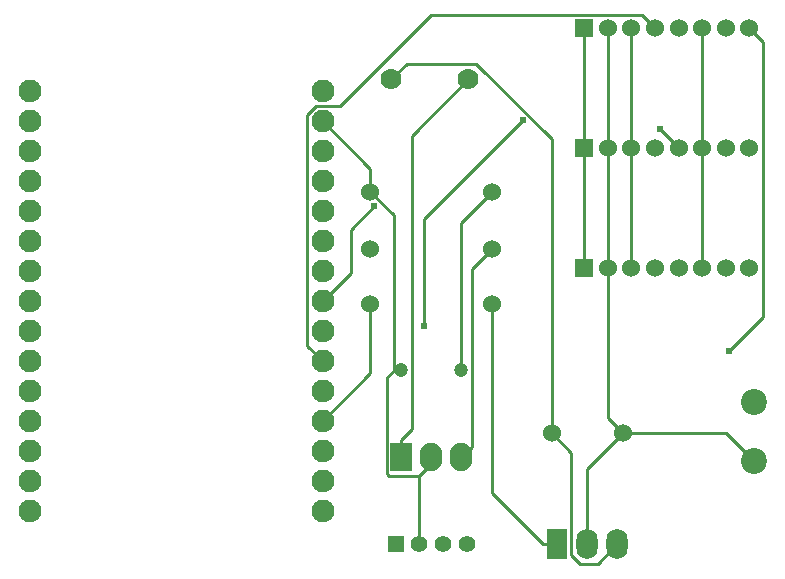
<source format=gbl>
G04 Layer: BottomLayer*
G04 EasyEDA v6.5.37, 2024-05-09 17:42:45*
G04 b4389e9f867d4d858d6c44b43acf2c5f,de6e78b871f74d9a82e93d7738eb9b3f,10*
G04 Gerber Generator version 0.2*
G04 Scale: 100 percent, Rotated: No, Reflected: No *
G04 Dimensions in millimeters *
G04 leading zeros omitted , absolute positions ,4 integer and 5 decimal *
%FSLAX45Y45*%
%MOMM*%

%ADD10C,0.2540*%
%ADD11C,1.9304*%
%ADD12C,2.2000*%
%ADD13O,1.7999964X2.5999948*%
%ADD14R,1.8000X2.6000*%
%ADD15C,1.7780*%
%ADD16C,1.2000*%
%ADD17C,1.5240*%
%ADD18R,1.4000X1.4000*%
%ADD19C,1.4000*%
%ADD20R,1.5240X1.5240*%
%ADD21O,1.8999962X2.3999952*%
%ADD22R,1.9000X2.4000*%
%ADD23C,0.6100*%

%LPD*%
D10*
X3550617Y7824825D02*
G01*
X3787777Y8061985D01*
X3787777Y8427262D01*
X3988005Y8627490D01*
X4154858Y7239000D02*
G01*
X4154858Y8550833D01*
X3955392Y8750300D01*
X4370402Y6348018D02*
G01*
X4108503Y6348018D01*
X4093314Y6363207D01*
X4093314Y7177455D01*
X4154858Y7239000D01*
X4154858Y7239000D02*
G01*
X4216402Y7239000D01*
X6091201Y6705600D02*
G01*
X6963615Y6705600D01*
X7200902Y6468313D01*
X5964303Y8102600D02*
G01*
X5964303Y6832498D01*
X6091201Y6705600D01*
X6091201Y6705600D02*
G01*
X5791177Y6405575D01*
X5791177Y5766307D01*
X4470402Y6502400D02*
G01*
X4470402Y6448018D01*
X4370402Y6348018D01*
X4370402Y6348018D02*
G01*
X4370402Y5765800D01*
X5964303Y9118600D02*
G01*
X5964303Y8102600D01*
X5964303Y9118600D02*
G01*
X5964303Y10134600D01*
X3955392Y8750300D02*
G01*
X3955392Y8944051D01*
X3550617Y9348825D01*
X7164301Y10134600D02*
G01*
X7279667Y10019233D01*
X7279667Y7694244D01*
X6991352Y7405928D01*
X4216402Y6502400D02*
G01*
X4216402Y6650329D01*
X4216402Y6650329D02*
G01*
X4305810Y6739737D01*
X4305810Y9225787D01*
X4782822Y9702800D01*
X3550617Y7316825D02*
G01*
X3421179Y7446263D01*
X3421179Y9400031D01*
X3496922Y9475774D01*
X3694610Y9475774D01*
X4464357Y10245521D01*
X6253380Y10245521D01*
X6364302Y10134600D01*
X6164303Y9118600D02*
G01*
X6164303Y10134600D01*
X6164303Y8102600D02*
G01*
X6164303Y9118600D01*
X4724402Y6502400D02*
G01*
X4815766Y6593763D01*
X4815766Y8098053D01*
X4985412Y8267700D01*
X5491203Y6705600D02*
G01*
X5491203Y9195638D01*
X4852875Y9833965D01*
X4263748Y9833965D01*
X4132582Y9702800D01*
X5491203Y6705600D02*
G01*
X5655261Y6541541D01*
X5655261Y5676417D01*
X5729099Y5602579D01*
X5882464Y5602579D01*
X6045202Y5765317D01*
X5537177Y5766307D02*
G01*
X5419270Y5766307D01*
X4985412Y7797800D02*
G01*
X4985412Y6200165D01*
X5419270Y5766307D01*
X5764303Y9118600D02*
G01*
X5764303Y10134600D01*
X5764303Y8102600D02*
G01*
X5764303Y9118600D01*
X6764301Y9118600D02*
G01*
X6764301Y10134600D01*
X6764301Y8102600D02*
G01*
X6764301Y9118600D01*
X4406267Y7613446D02*
G01*
X4406267Y8517889D01*
X5245737Y9357360D01*
X3955392Y7797800D02*
G01*
X3955392Y7213600D01*
X3550617Y6808825D01*
X4985412Y8750300D02*
G01*
X4724402Y8489289D01*
X4724402Y7239000D01*
X6564302Y9118600D02*
G01*
X6403748Y9279153D01*
X6403748Y9286519D01*
D11*
G01*
X1073607Y9602825D03*
G01*
X1073607Y9348825D03*
G01*
X1073607Y9094825D03*
G01*
X1073607Y8840825D03*
G01*
X1073607Y8586825D03*
G01*
X1073607Y8332825D03*
G01*
X1073607Y8078825D03*
G01*
X1073607Y7824825D03*
G01*
X1073607Y7570825D03*
G01*
X1073607Y7316825D03*
G01*
X1073607Y7062825D03*
G01*
X1073607Y6808825D03*
G01*
X1073607Y6554825D03*
G01*
X1073607Y6300825D03*
G01*
X1073607Y6046825D03*
G01*
X3550615Y6046825D03*
G01*
X3550615Y6300825D03*
G01*
X3550615Y6554825D03*
G01*
X3550615Y6808825D03*
G01*
X3550615Y7062825D03*
G01*
X3550615Y7316825D03*
G01*
X3550615Y7570825D03*
G01*
X3550615Y7824825D03*
G01*
X3550615Y8078825D03*
G01*
X3550615Y8332825D03*
G01*
X3550615Y8586825D03*
G01*
X3550615Y8840825D03*
G01*
X3550615Y9094825D03*
G01*
X3550615Y9348825D03*
G01*
X3550615Y9602825D03*
D12*
G01*
X7200900Y6468287D03*
G01*
X7200900Y6968286D03*
D13*
G01*
X5791200Y5766282D03*
G01*
X6045225Y5765292D03*
D14*
G01*
X5537200Y5766307D03*
D15*
G01*
X4132579Y9702800D03*
G01*
X4782820Y9702800D03*
D16*
G01*
X4216400Y7239000D03*
G01*
X4724400Y7239000D03*
D17*
G01*
X5491200Y6705600D03*
G01*
X6091199Y6705600D03*
D18*
G01*
X4170400Y5765800D03*
D19*
G01*
X4370400Y5765800D03*
G01*
X4570399Y5765800D03*
G01*
X4770399Y5765800D03*
D17*
G01*
X7164298Y10134600D03*
G01*
X6964299Y10134600D03*
G01*
X6764299Y10134600D03*
G01*
X6564299Y10134600D03*
G01*
X6364300Y10134600D03*
G01*
X6164300Y10134600D03*
G01*
X5964300Y10134600D03*
D20*
G01*
X5764301Y10134600D03*
D17*
G01*
X7164298Y9118600D03*
G01*
X6964299Y9118600D03*
G01*
X6764299Y9118600D03*
G01*
X6564299Y9118600D03*
G01*
X6364300Y9118600D03*
G01*
X6164300Y9118600D03*
G01*
X5964300Y9118600D03*
D20*
G01*
X5764301Y9118600D03*
D17*
G01*
X7164298Y8102600D03*
G01*
X6964299Y8102600D03*
G01*
X6764299Y8102600D03*
G01*
X6564299Y8102600D03*
G01*
X6364300Y8102600D03*
G01*
X6164300Y8102600D03*
G01*
X5964300Y8102600D03*
D20*
G01*
X5764301Y8102600D03*
D17*
G01*
X3955389Y8750300D03*
G01*
X4985410Y8750300D03*
G01*
X3955389Y8267700D03*
G01*
X4985410Y8267700D03*
G01*
X3955389Y7797800D03*
G01*
X4985410Y7797800D03*
D21*
G01*
X4470400Y6502374D03*
G01*
X4724400Y6502374D03*
D22*
G01*
X4216400Y6502400D03*
D23*
G01*
X3988003Y8627490D03*
G01*
X6991350Y7405928D03*
G01*
X4406265Y7613446D03*
G01*
X5245734Y9357360D03*
G01*
X6403746Y9286519D03*
M02*

</source>
